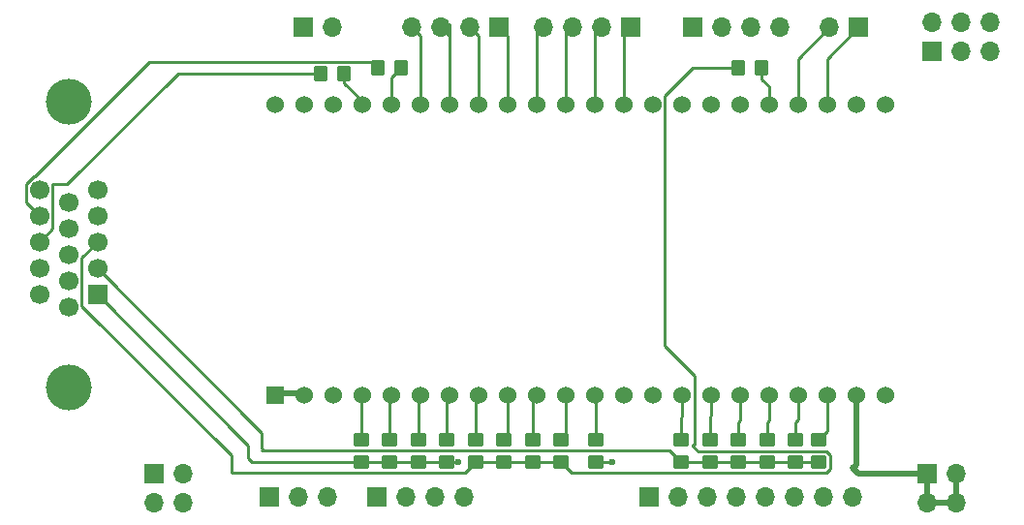
<source format=gbr>
%TF.GenerationSoftware,KiCad,Pcbnew,8.0.6*%
%TF.CreationDate,2025-01-21T08:23:12-05:00*%
%TF.ProjectId,vga_test,7667615f-7465-4737-942e-6b696361645f,rev?*%
%TF.SameCoordinates,Original*%
%TF.FileFunction,Copper,L1,Top*%
%TF.FilePolarity,Positive*%
%FSLAX46Y46*%
G04 Gerber Fmt 4.6, Leading zero omitted, Abs format (unit mm)*
G04 Created by KiCad (PCBNEW 8.0.6) date 2025-01-21 08:23:12*
%MOMM*%
%LPD*%
G01*
G04 APERTURE LIST*
G04 Aperture macros list*
%AMRoundRect*
0 Rectangle with rounded corners*
0 $1 Rounding radius*
0 $2 $3 $4 $5 $6 $7 $8 $9 X,Y pos of 4 corners*
0 Add a 4 corners polygon primitive as box body*
4,1,4,$2,$3,$4,$5,$6,$7,$8,$9,$2,$3,0*
0 Add four circle primitives for the rounded corners*
1,1,$1+$1,$2,$3*
1,1,$1+$1,$4,$5*
1,1,$1+$1,$6,$7*
1,1,$1+$1,$8,$9*
0 Add four rect primitives between the rounded corners*
20,1,$1+$1,$2,$3,$4,$5,0*
20,1,$1+$1,$4,$5,$6,$7,0*
20,1,$1+$1,$6,$7,$8,$9,0*
20,1,$1+$1,$8,$9,$2,$3,0*%
G04 Aperture macros list end*
%TA.AperFunction,ComponentPad*%
%ADD10R,1.700000X1.700000*%
%TD*%
%TA.AperFunction,ComponentPad*%
%ADD11O,1.700000X1.700000*%
%TD*%
%TA.AperFunction,ComponentPad*%
%ADD12R,1.530000X1.530000*%
%TD*%
%TA.AperFunction,ComponentPad*%
%ADD13C,1.530000*%
%TD*%
%TA.AperFunction,SMDPad,CuDef*%
%ADD14RoundRect,0.250000X0.450000X-0.350000X0.450000X0.350000X-0.450000X0.350000X-0.450000X-0.350000X0*%
%TD*%
%TA.AperFunction,ComponentPad*%
%ADD15C,4.000000*%
%TD*%
%TA.AperFunction,ComponentPad*%
%ADD16C,1.700000*%
%TD*%
%TA.AperFunction,SMDPad,CuDef*%
%ADD17RoundRect,0.250000X-0.350000X-0.450000X0.350000X-0.450000X0.350000X0.450000X-0.350000X0.450000X0*%
%TD*%
%TA.AperFunction,ViaPad*%
%ADD18C,0.600000*%
%TD*%
%TA.AperFunction,Conductor*%
%ADD19C,0.500000*%
%TD*%
%TA.AperFunction,Conductor*%
%ADD20C,0.250000*%
%TD*%
G04 APERTURE END LIST*
D10*
%TO.P,J12,1,Pin_1*%
%TO.N,/IO08*%
X107220000Y-96500000D03*
D11*
%TO.P,J12,2,Pin_2*%
%TO.N,/IO09*%
X109760000Y-96500000D03*
%TO.P,J12,3,Pin_3*%
%TO.N,/IO10*%
X112300000Y-96500000D03*
%TO.P,J12,4,Pin_4*%
%TO.N,/IO11*%
X114840000Y-96500000D03*
%TO.P,J12,5,Pin_5*%
%TO.N,/IO12*%
X117380000Y-96500000D03*
%TO.P,J12,6,Pin_6*%
%TO.N,/IO13*%
X119920000Y-96500000D03*
%TO.P,J12,7,Pin_7*%
%TO.N,/IO14*%
X122460000Y-96500000D03*
%TO.P,J12,8,Pin_8*%
%TO.N,/IO15*%
X125000000Y-96500000D03*
%TD*%
D10*
%TO.P,J4,1,Pin_1*%
%TO.N,/3v3*%
X73975000Y-96500000D03*
D11*
%TO.P,J4,2,Pin_2*%
X76515000Y-96500000D03*
%TO.P,J4,3,Pin_3*%
X79055000Y-96500000D03*
%TD*%
D10*
%TO.P,J3,1,Pin_1*%
%TO.N,/5v*%
X131460000Y-94500000D03*
D11*
%TO.P,J3,2,Pin_2*%
X134000000Y-94500000D03*
%TO.P,J3,3,Pin_3*%
X131460000Y-97040000D03*
%TO.P,J3,4,Pin_4*%
X134000000Y-97040000D03*
%TD*%
D12*
%TO.P,U1,J1_1,3V3*%
%TO.N,/3v3*%
X74470000Y-87660000D03*
D13*
%TO.P,U1,J1_2,3V3*%
X77010000Y-87660000D03*
%TO.P,U1,J1_3,RST*%
%TO.N,/RST*%
X79550000Y-87660000D03*
%TO.P,U1,J1_4,GPIO4*%
%TO.N,/IO04*%
X82090000Y-87660000D03*
%TO.P,U1,J1_5,GPIO5*%
%TO.N,/IO05*%
X84630000Y-87660000D03*
%TO.P,U1,J1_6,GPIO6*%
%TO.N,/IO06*%
X87170000Y-87660000D03*
%TO.P,U1,J1_7,GPIO7*%
%TO.N,/IO07*%
X89710000Y-87660000D03*
%TO.P,U1,J1_8,GPIO15*%
%TO.N,/IO15*%
X92250000Y-87660000D03*
%TO.P,U1,J1_9,GPIO16*%
%TO.N,/IO16*%
X94790000Y-87660000D03*
%TO.P,U1,J1_10,GPIO17*%
%TO.N,/IO17*%
X97330000Y-87660000D03*
%TO.P,U1,J1_11,GPIO18*%
%TO.N,/IO18*%
X99870000Y-87660000D03*
%TO.P,U1,J1_12,GPIO8*%
%TO.N,/IO08*%
X102410000Y-87660000D03*
%TO.P,U1,J1_13,GPIO3*%
%TO.N,/IO03*%
X104950000Y-87660000D03*
%TO.P,U1,J1_14,GPIO46*%
%TO.N,/IO46*%
X107490000Y-87660000D03*
%TO.P,U1,J1_15,GPIO9*%
%TO.N,/IO09*%
X110030000Y-87660000D03*
%TO.P,U1,J1_16,GPIO10*%
%TO.N,/IO10*%
X112570000Y-87660000D03*
%TO.P,U1,J1_17,GPIO11*%
%TO.N,/IO11*%
X115110000Y-87660000D03*
%TO.P,U1,J1_18,GPIO12*%
%TO.N,/IO12*%
X117650000Y-87660000D03*
%TO.P,U1,J1_19,GPIO13*%
%TO.N,/IO13*%
X120190000Y-87660000D03*
%TO.P,U1,J1_20,GPIO14*%
%TO.N,/IO14*%
X122730000Y-87660000D03*
%TO.P,U1,J1_21,5V0*%
%TO.N,/5v*%
X125270000Y-87660000D03*
%TO.P,U1,J1_22,GND*%
%TO.N,GND*%
X127810000Y-87660000D03*
%TO.P,U1,J3_1,GND*%
X74470000Y-62200000D03*
%TO.P,U1,J3_2,U0TXD/GPIO43*%
%TO.N,/IO43*%
X77010000Y-62200000D03*
%TO.P,U1,J3_3,U0RXD/GPIO44*%
%TO.N,/IO44*%
X79550000Y-62200000D03*
%TO.P,U1,J3_4,GPIO1*%
%TO.N,HSYNC*%
X82090000Y-62200000D03*
%TO.P,U1,J3_5,GPIO2*%
%TO.N,VSYNK*%
X84630000Y-62200000D03*
%TO.P,U1,J3_6,MTMS/GPIO42*%
%TO.N,/IO42*%
X87170000Y-62200000D03*
%TO.P,U1,J3_7,MTDI/GPIO41*%
%TO.N,/IO41*%
X89710000Y-62200000D03*
%TO.P,U1,J3_8,MTDO/GPIO40*%
%TO.N,/IO40*%
X92250000Y-62200000D03*
%TO.P,U1,J3_9,MTCK/GPIO39*%
%TO.N,/IO39*%
X94790000Y-62200000D03*
%TO.P,U1,J3_10,GPIO38*%
%TO.N,/IO38*%
X97330000Y-62200000D03*
%TO.P,U1,J3_11,GPIO37*%
%TO.N,/IO37*%
X99870000Y-62200000D03*
%TO.P,U1,J3_12,GPIO36*%
%TO.N,/IO36*%
X102410000Y-62200000D03*
%TO.P,U1,J3_13,GPIO35*%
%TO.N,/IO35*%
X104950000Y-62200000D03*
%TO.P,U1,J3_14,GPIO0*%
%TO.N,/IO00*%
X107490000Y-62200000D03*
%TO.P,U1,J3_15,GPIO45*%
%TO.N,/IO45*%
X110030000Y-62200000D03*
%TO.P,U1,J3_16,GPIO48*%
%TO.N,/IO48*%
X112570000Y-62200000D03*
%TO.P,U1,J3_17,GPIO47*%
%TO.N,/IO47*%
X115110000Y-62200000D03*
%TO.P,U1,J3_18,GPIO21*%
%TO.N,/IO21*%
X117650000Y-62200000D03*
%TO.P,U1,J3_19,USB_D+/GPIO20*%
%TO.N,/IO19*%
X120190000Y-62200000D03*
%TO.P,U1,J3_20,USB_D-/GPIO19*%
%TO.N,/IO20*%
X122730000Y-62200000D03*
%TO.P,U1,J3_21,GND*%
%TO.N,GND*%
X125270000Y-62200000D03*
%TO.P,U1,J3_22,GND*%
X127810000Y-62200000D03*
%TD*%
D14*
%TO.P,R18,1*%
%TO.N,BLUE*%
X99500000Y-93500000D03*
%TO.P,R18,2*%
%TO.N,/IO18*%
X99500000Y-91500000D03*
%TD*%
D10*
%TO.P,J11,1,Pin_1*%
%TO.N,GND*%
X63960000Y-94460000D03*
D11*
%TO.P,J11,2,Pin_2*%
X66500000Y-94460000D03*
%TO.P,J11,3,Pin_3*%
X63960000Y-97000000D03*
%TO.P,J11,4,Pin_4*%
X66500000Y-97000000D03*
%TD*%
D15*
%TO.P,J1,0*%
%TO.N,GND*%
X56430000Y-86990000D03*
X56430000Y-62000000D03*
D10*
%TO.P,J1,1*%
%TO.N,RED*%
X58970000Y-78825000D03*
D16*
%TO.P,J1,2*%
%TO.N,GREEN*%
X58970000Y-76535000D03*
%TO.P,J1,3*%
%TO.N,BLUE*%
X58970000Y-74245000D03*
%TO.P,J1,4*%
%TO.N,unconnected-(J1-Pad4)*%
X58970000Y-71955000D03*
%TO.P,J1,5*%
%TO.N,GND*%
X58970000Y-69665000D03*
%TO.P,J1,6*%
X56430000Y-79970000D03*
%TO.P,J1,7*%
X56430000Y-77680000D03*
%TO.P,J1,8*%
X56430000Y-75390000D03*
%TO.P,J1,9*%
%TO.N,unconnected-(J1-Pad9)*%
X56430000Y-73100000D03*
%TO.P,J1,10*%
%TO.N,GND*%
X56430000Y-70810000D03*
%TO.P,J1,11*%
%TO.N,unconnected-(J1-Pad11)*%
X53890000Y-78825000D03*
%TO.P,J1,12*%
%TO.N,unconnected-(J1-Pad12)*%
X53890000Y-76535000D03*
%TO.P,J1,13*%
%TO.N,Net-(J1-Pad13)*%
X53890000Y-74245000D03*
%TO.P,J1,14*%
%TO.N,Net-(J1-Pad14)*%
X53890000Y-71955000D03*
%TO.P,J1,15*%
%TO.N,unconnected-(J1-Pad15)*%
X53890000Y-69665000D03*
%TD*%
D10*
%TO.P,J2,1,Pin_1*%
%TO.N,GND*%
X131920000Y-57540000D03*
D11*
%TO.P,J2,2,Pin_2*%
X131920000Y-55000000D03*
%TO.P,J2,3,Pin_3*%
X134460000Y-57540000D03*
%TO.P,J2,4,Pin_4*%
X134460000Y-55000000D03*
%TO.P,J2,5,Pin_5*%
X137000000Y-57540000D03*
%TO.P,J2,6,Pin_6*%
X137000000Y-55000000D03*
%TD*%
D14*
%TO.P,R12,1*%
%TO.N,GREEN*%
X117500000Y-93500000D03*
%TO.P,R12,2*%
%TO.N,/IO12*%
X117500000Y-91500000D03*
%TD*%
D17*
%TO.P,R1,1*%
%TO.N,Net-(J1-Pad14)*%
X83500000Y-59000000D03*
%TO.P,R1,2*%
%TO.N,VSYNK*%
X85500000Y-59000000D03*
%TD*%
%TO.P,R19,1*%
%TO.N,BLUE*%
X115000000Y-59000000D03*
%TO.P,R19,2*%
%TO.N,/IO21*%
X117000000Y-59000000D03*
%TD*%
D14*
%TO.P,R4,1*%
%TO.N,RED*%
X84500000Y-93500000D03*
%TO.P,R4,2*%
%TO.N,/IO05*%
X84500000Y-91500000D03*
%TD*%
%TO.P,R8,1*%
%TO.N,RED*%
X102500000Y-93500000D03*
%TO.P,R8,2*%
%TO.N,/IO08*%
X102500000Y-91500000D03*
%TD*%
%TO.P,R17,1*%
%TO.N,BLUE*%
X97000000Y-93500000D03*
%TO.P,R17,2*%
%TO.N,/IO17*%
X97000000Y-91500000D03*
%TD*%
%TO.P,R13,1*%
%TO.N,GREEN*%
X120000000Y-93500000D03*
%TO.P,R13,2*%
%TO.N,/IO13*%
X120000000Y-91500000D03*
%TD*%
%TO.P,R9,1*%
%TO.N,GREEN*%
X110000000Y-93500000D03*
%TO.P,R9,2*%
%TO.N,/IO09*%
X110000000Y-91500000D03*
%TD*%
%TO.P,R10,1*%
%TO.N,GREEN*%
X112500000Y-93500000D03*
%TO.P,R10,2*%
%TO.N,/IO10*%
X112500000Y-91500000D03*
%TD*%
D10*
%TO.P,J9,1,Pin_1*%
%TO.N,/IO20*%
X125500000Y-55500000D03*
D11*
%TO.P,J9,2,Pin_2*%
%TO.N,/IO19*%
X122960000Y-55500000D03*
%TD*%
D14*
%TO.P,R7,1*%
%TO.N,RED*%
X89500000Y-93500000D03*
%TO.P,R7,2*%
%TO.N,/IO07*%
X89500000Y-91500000D03*
%TD*%
%TO.P,R16,1*%
%TO.N,BLUE*%
X94500000Y-93500000D03*
%TO.P,R16,2*%
%TO.N,/IO16*%
X94500000Y-91500000D03*
%TD*%
%TO.P,R14,1*%
%TO.N,GREEN*%
X122000000Y-93500000D03*
%TO.P,R14,2*%
%TO.N,/IO14*%
X122000000Y-91500000D03*
%TD*%
%TO.P,R11,1*%
%TO.N,GREEN*%
X115000000Y-93500000D03*
%TO.P,R11,2*%
%TO.N,/IO11*%
X115000000Y-91500000D03*
%TD*%
%TO.P,R3,1*%
%TO.N,RED*%
X82000000Y-93500000D03*
%TO.P,R3,2*%
%TO.N,/IO04*%
X82000000Y-91500000D03*
%TD*%
D10*
%TO.P,J8,1,Pin_1*%
%TO.N,/IO43*%
X76960000Y-55500000D03*
D11*
%TO.P,J8,2,Pin_2*%
%TO.N,/IO44*%
X79500000Y-55500000D03*
%TD*%
D10*
%TO.P,J7,1,Pin_1*%
%TO.N,/IO39*%
X94080000Y-55500000D03*
D11*
%TO.P,J7,2,Pin_2*%
%TO.N,/IO40*%
X91540000Y-55500000D03*
%TO.P,J7,3,Pin_3*%
%TO.N,/IO41*%
X89000000Y-55500000D03*
%TO.P,J7,4,Pin_4*%
%TO.N,/IO42*%
X86460000Y-55500000D03*
%TD*%
D10*
%TO.P,J5,1,Pin_1*%
%TO.N,/IO35*%
X105540000Y-55500000D03*
D11*
%TO.P,J5,2,Pin_2*%
%TO.N,/IO36*%
X103000000Y-55500000D03*
%TO.P,J5,3,Pin_3*%
%TO.N,/IO37*%
X100460000Y-55500000D03*
%TO.P,J5,4,Pin_4*%
%TO.N,/IO38*%
X97920000Y-55500000D03*
%TD*%
D10*
%TO.P,J10,1,Pin_1*%
%TO.N,/IO04*%
X83380000Y-96500000D03*
D11*
%TO.P,J10,2,Pin_2*%
%TO.N,/IO05*%
X85920000Y-96500000D03*
%TO.P,J10,3,Pin_3*%
%TO.N,/IO06*%
X88460000Y-96500000D03*
%TO.P,J10,4,Pin_4*%
%TO.N,/IO07*%
X91000000Y-96500000D03*
%TD*%
D17*
%TO.P,R2,1*%
%TO.N,Net-(J1-Pad13)*%
X78500000Y-59500000D03*
%TO.P,R2,2*%
%TO.N,HSYNC*%
X80500000Y-59500000D03*
%TD*%
D14*
%TO.P,R15,1*%
%TO.N,BLUE*%
X92000000Y-93500000D03*
%TO.P,R15,2*%
%TO.N,/IO15*%
X92000000Y-91500000D03*
%TD*%
%TO.P,R5,1*%
%TO.N,RED*%
X87000000Y-93500000D03*
%TO.P,R5,2*%
%TO.N,/IO06*%
X87000000Y-91500000D03*
%TD*%
D10*
%TO.P,J6,1,Pin_1*%
%TO.N,/IO45*%
X110960000Y-55500000D03*
D11*
%TO.P,J6,2,Pin_2*%
%TO.N,/IO46*%
X113500000Y-55500000D03*
%TO.P,J6,3,Pin_3*%
%TO.N,/IO47*%
X116040000Y-55500000D03*
%TO.P,J6,4,Pin_4*%
%TO.N,/IO48*%
X118580000Y-55500000D03*
%TD*%
D18*
%TO.N,RED*%
X90500000Y-93500000D03*
X104000000Y-93500000D03*
%TD*%
D19*
%TO.N,/5v*%
X125270000Y-93730000D02*
X125000000Y-94000000D01*
X125270000Y-87660000D02*
X125270000Y-93730000D01*
X125000000Y-94000000D02*
X125500000Y-94500000D01*
X125500000Y-94500000D02*
X131460000Y-94500000D01*
X131460000Y-94500000D02*
X131460000Y-97040000D01*
X131460000Y-97040000D02*
X134000000Y-97040000D01*
X134000000Y-94500000D02*
X134000000Y-97040000D01*
D20*
%TO.N,HSYNC*%
X80500000Y-59500000D02*
X80500000Y-60340000D01*
X80500000Y-60340000D02*
X82090000Y-61930000D01*
%TO.N,RED*%
X102500000Y-93500000D02*
X104000000Y-93500000D01*
X82000000Y-93500000D02*
X89500000Y-93500000D01*
X82000000Y-93500000D02*
X72500000Y-93500000D01*
X72145000Y-92000000D02*
X72145000Y-93145000D01*
X58970000Y-78825000D02*
X72145000Y-92000000D01*
X89500000Y-93500000D02*
X90500000Y-93500000D01*
X72145000Y-93145000D02*
X72500000Y-93500000D01*
%TO.N,GREEN*%
X73360000Y-92285000D02*
X73500000Y-92425000D01*
X73360000Y-90925000D02*
X73360000Y-92285000D01*
X108925000Y-92425000D02*
X73500000Y-92425000D01*
X73500000Y-92425000D02*
X73360000Y-92425000D01*
X73360000Y-90925000D02*
X58970000Y-76535000D01*
X122000000Y-93500000D02*
X110000000Y-93500000D01*
X110000000Y-93500000D02*
X108925000Y-92425000D01*
%TO.N,Net-(J1-Pad13)*%
X78500000Y-59500000D02*
X66000000Y-59500000D01*
X55065000Y-73070000D02*
X53890000Y-74245000D01*
X66000000Y-59500000D02*
X56321701Y-69178299D01*
X56321701Y-69178299D02*
X55065000Y-69178299D01*
X55065000Y-69178299D02*
X55065000Y-73070000D01*
%TO.N,BLUE*%
X111029900Y-91970100D02*
X111029900Y-92100000D01*
X111120746Y-85879254D02*
X111150000Y-85908507D01*
X123025000Y-92904900D02*
X123025000Y-94095100D01*
X108580000Y-83338508D02*
X111120746Y-85879254D01*
X123025000Y-94095100D02*
X122695100Y-94425000D01*
X92000000Y-93500000D02*
X99375000Y-93500000D01*
X122695100Y-92575000D02*
X123025000Y-92904900D01*
X111150000Y-91970100D02*
X111029900Y-91970100D01*
X70720000Y-92925000D02*
X57605000Y-79810000D01*
X111000000Y-59000000D02*
X115000000Y-59000000D01*
X92000000Y-93500000D02*
X91075000Y-94425000D01*
X108580000Y-61478507D02*
X108550747Y-61449253D01*
X91075000Y-94425000D02*
X70720000Y-94425000D01*
X57605000Y-75610000D02*
X58970000Y-74245000D01*
X111029900Y-92100000D02*
X111504900Y-92575000D01*
X108550747Y-61449253D02*
X111000000Y-59000000D01*
X100425000Y-94425000D02*
X99500000Y-93500000D01*
X57605000Y-79810000D02*
X57605000Y-75610000D01*
X108550747Y-61449253D02*
X108580000Y-61478506D01*
X122695100Y-94425000D02*
X100425000Y-94425000D01*
X111150000Y-85908507D02*
X111150000Y-91970100D01*
X111504900Y-92575000D02*
X122695100Y-92575000D01*
X108580000Y-61478506D02*
X108580000Y-83338508D01*
X70720000Y-92925000D02*
X70720000Y-94425000D01*
%TO.N,Net-(J1-Pad14)*%
X63525000Y-58475000D02*
X53510000Y-68490000D01*
X52715000Y-70780000D02*
X53890000Y-71955000D01*
X52715000Y-69178299D02*
X52715000Y-70780000D01*
X53510000Y-68490000D02*
X53403299Y-68490000D01*
X83500000Y-59000000D02*
X82975000Y-58475000D01*
X82975000Y-58475000D02*
X63525000Y-58475000D01*
X53403299Y-68490000D02*
X52715000Y-69178299D01*
%TO.N,VSYNK*%
X84630000Y-61930000D02*
X84630000Y-59870000D01*
X84630000Y-59870000D02*
X85500000Y-59000000D01*
%TO.N,/IO04*%
X82000000Y-87520000D02*
X82000000Y-91500000D01*
X82090000Y-87430000D02*
X82000000Y-87520000D01*
%TO.N,/IO05*%
X84500000Y-87560000D02*
X84500000Y-91500000D01*
X84630000Y-87430000D02*
X84500000Y-87560000D01*
%TO.N,/IO06*%
X87000000Y-87600000D02*
X87170000Y-87430000D01*
X87000000Y-91500000D02*
X87000000Y-87600000D01*
X87170000Y-91330000D02*
X87000000Y-91500000D01*
%TO.N,/IO07*%
X89500000Y-87640000D02*
X89710000Y-87430000D01*
X89500000Y-91500000D02*
X89500000Y-87640000D01*
%TO.N,/IO08*%
X102410000Y-87430000D02*
X102500000Y-87520000D01*
X102500000Y-87520000D02*
X102500000Y-91500000D01*
%TO.N,/IO09*%
X110060000Y-91440000D02*
X110000000Y-91500000D01*
X110000000Y-89560000D02*
X110000000Y-91500000D01*
X110000000Y-89560000D02*
X110030000Y-89530000D01*
X110030000Y-89530000D02*
X110030000Y-87430000D01*
%TO.N,/IO10*%
X112500000Y-91500000D02*
X112500000Y-89500000D01*
X112500000Y-89500000D02*
X112570000Y-89430000D01*
X112570000Y-89430000D02*
X112570000Y-87430000D01*
X112600000Y-91400000D02*
X112500000Y-91500000D01*
%TO.N,/IO11*%
X115000000Y-90000000D02*
X115000000Y-91500000D01*
X115110000Y-89830000D02*
X115110000Y-87430000D01*
X115140000Y-89860000D02*
X115110000Y-89830000D01*
X115140000Y-91360000D02*
X115000000Y-91500000D01*
X115140000Y-89860000D02*
X115000000Y-90000000D01*
%TO.N,/IO12*%
X117680000Y-89820000D02*
X117650000Y-89790000D01*
X117680000Y-89820000D02*
X117500000Y-90000000D01*
X117500000Y-90000000D02*
X117500000Y-91500000D01*
X117680000Y-91320000D02*
X117500000Y-91500000D01*
X117650000Y-89790000D02*
X117650000Y-87430000D01*
%TO.N,/IO13*%
X120190000Y-89750000D02*
X120190000Y-87430000D01*
X120000000Y-90000000D02*
X120000000Y-91500000D01*
X120220000Y-89780000D02*
X120000000Y-90000000D01*
X120220000Y-91280000D02*
X120000000Y-91500000D01*
X120220000Y-89780000D02*
X120190000Y-89750000D01*
%TO.N,/IO14*%
X122730000Y-90710000D02*
X122730000Y-87430000D01*
X122760000Y-90740000D02*
X122000000Y-91500000D01*
X122760000Y-90740000D02*
X122730000Y-90710000D01*
%TO.N,/IO15*%
X92000000Y-87680000D02*
X92000000Y-91500000D01*
X92250000Y-87430000D02*
X92000000Y-87680000D01*
%TO.N,/IO16*%
X94790000Y-91210000D02*
X94500000Y-91500000D01*
X94790000Y-86970000D02*
X94790000Y-91210000D01*
%TO.N,/IO17*%
X97000000Y-87760000D02*
X97000000Y-91500000D01*
X97330000Y-87430000D02*
X97000000Y-87760000D01*
%TO.N,/IO18*%
X99870000Y-91130000D02*
X99500000Y-91500000D01*
X99870000Y-87130000D02*
X99870000Y-91130000D01*
%TO.N,/IO21*%
X117650000Y-60650000D02*
X117650000Y-61930000D01*
X117000000Y-59000000D02*
X117000000Y-60000000D01*
X117000000Y-60000000D02*
X117650000Y-60650000D01*
D19*
%TO.N,/5v*%
X125270000Y-87430000D02*
X125300000Y-87460000D01*
%TO.N,/3v3*%
X74470000Y-87430000D02*
X77010000Y-87430000D01*
D20*
%TO.N,/IO36*%
X102440000Y-61930000D02*
X102440000Y-56060000D01*
X102440000Y-56060000D02*
X103000000Y-55500000D01*
%TO.N,/IO35*%
X104980000Y-61930000D02*
X104980000Y-56060000D01*
X104980000Y-56060000D02*
X105540000Y-55500000D01*
%TO.N,/IO37*%
X99900000Y-61930000D02*
X99900000Y-56060000D01*
X99900000Y-56060000D02*
X100460000Y-55500000D01*
%TO.N,/IO38*%
X97360000Y-56060000D02*
X97920000Y-55500000D01*
X97360000Y-61930000D02*
X97360000Y-56060000D01*
%TO.N,/IO41*%
X89740000Y-62500000D02*
X89710000Y-62470000D01*
X89710000Y-56210000D02*
X89000000Y-55500000D01*
X89710000Y-62470000D02*
X89710000Y-55210000D01*
%TO.N,/IO42*%
X87170000Y-61930000D02*
X87170000Y-56210000D01*
X87170000Y-56210000D02*
X86460000Y-55500000D01*
%TO.N,/IO39*%
X94820000Y-56240000D02*
X94080000Y-55500000D01*
X94820000Y-61930000D02*
X94820000Y-56240000D01*
%TO.N,/IO40*%
X92280000Y-61930000D02*
X92280000Y-56240000D01*
X92280000Y-56240000D02*
X91540000Y-55500000D01*
%TO.N,/IO19*%
X120220000Y-58240000D02*
X122960000Y-55500000D01*
X120220000Y-61930000D02*
X120220000Y-58240000D01*
%TO.N,/IO20*%
X122760000Y-61930000D02*
X122760000Y-58240000D01*
X122760000Y-58240000D02*
X125500000Y-55500000D01*
%TD*%
M02*

</source>
